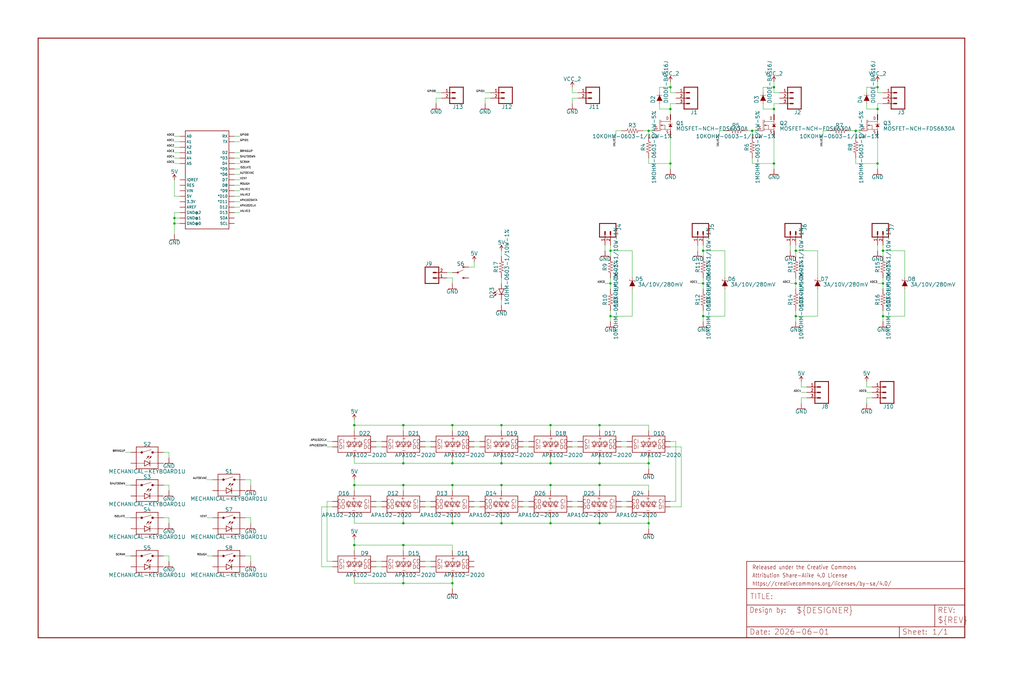
<source format=kicad_sch>
(kicad_sch (version 20230121) (generator eeschema)
  (paper "User" 477.19 317.906)
  (junction (at 187.96 243.84))
  (junction (at 210.82 198.12))
  (junction (at 279.4 215.9))
  (junction (at 279.4 226.06))
  (junction (at 411.48 132.08))
  (junction (at 233.68 198.12))
  (junction (at 302.26 215.9))
  (junction (at 256.54 243.84))
  (junction (at 327.66 147.32))
  (junction (at 408.94 40.64))
  (junction (at 312.42 50.8))
  (junction (at 165.1 254))
  (junction (at 302.26 243.84))
  (junction (at 360.68 40.64))
  (junction (at 370.84 116.84))
  (junction (at 279.4 243.84))
  (junction (at 312.42 40.64))
  (junction (at 398.78 60.96))
  (junction (at 408.94 50.8))
  (junction (at 284.48 116.84))
  (junction (at 408.94 76.2))
  (junction (at 327.66 132.08))
  (junction (at 210.82 215.9))
  (junction (at 187.96 226.06))
  (junction (at 165.1 198.12))
  (junction (at 210.82 226.06))
  (junction (at 360.68 50.8))
  (junction (at 279.4 198.12))
  (junction (at 370.84 132.08))
  (junction (at 233.68 215.9))
  (junction (at 81.28 101.6))
  (junction (at 411.48 116.84))
  (junction (at 327.66 116.84))
  (junction (at 256.54 198.12))
  (junction (at 81.28 104.14))
  (junction (at 256.54 215.9))
  (junction (at 411.48 147.32))
  (junction (at 233.68 243.84))
  (junction (at 233.68 226.06))
  (junction (at 187.96 254))
  (junction (at 284.48 147.32))
  (junction (at 187.96 198.12))
  (junction (at 302.26 60.96))
  (junction (at 350.52 60.96))
  (junction (at 360.68 76.2))
  (junction (at 165.1 226.06))
  (junction (at 187.96 271.78))
  (junction (at 312.42 76.2))
  (junction (at 210.82 271.78))
  (junction (at 370.84 147.32))
  (junction (at 187.96 215.9))
  (junction (at 284.48 132.08))
  (junction (at 210.82 243.84))
  (junction (at 256.54 226.06))
  (wire (pts (xy 360.68 43.18) (xy 360.68 40.64)) (stroke (width 0.1524)))
  (wire (pts (xy 233.68 241.3) (xy 233.68 243.84)) (stroke (width 0.1524)))
  (wire (pts (xy 302.26 63.5) (xy 302.26 60.96)) (stroke (width 0.1524)))
  (wire (pts (xy 401.32 60.96) (xy 398.78 60.96)) (stroke (width 0.1524)))
  (wire (pts (xy 355.6 50.8) (xy 360.68 50.8)) (stroke (width 0.1524)))
  (wire (pts (xy 154.94 205.74) (xy 152.4 205.74)) (stroke (width 0.1524)))
  (wire (pts (xy 116.84 259.08) (xy 116.84 261.62)) (stroke (width 0.1524)))
  (wire (pts (xy 312.42 76.2) (xy 312.42 63.5)) (stroke (width 0.1524)))
  (wire (pts (xy 284.48 144.78) (xy 284.48 147.32)) (stroke (width 0.1524)))
  (wire (pts (xy 256.54 241.3) (xy 256.54 243.84)) (stroke (width 0.1524)))
  (wire (pts (xy 165.1 213.36) (xy 165.1 215.9)) (stroke (width 0.1524)))
  (wire (pts (xy 109.22 99.06) (xy 111.76 99.06)) (stroke (width 0.1524)))
  (wire (pts (xy 411.48 119.38) (xy 411.48 116.84)) (stroke (width 0.1524)))
  (wire (pts (xy 78.74 241.3) (xy 78.74 243.84)) (stroke (width 0.1524)))
  (wire (pts (xy 304.8 60.96) (xy 302.26 60.96)) (stroke (width 0.1524)))
  (wire (pts (xy 83.82 99.06) (xy 81.28 99.06)) (stroke (width 0.1524)))
  (wire (pts (xy 233.68 198.12) (xy 256.54 198.12)) (stroke (width 0.1524)))
  (wire (pts (xy 398.78 60.96) (xy 396.24 60.96)) (stroke (width 0.1524)))
  (wire (pts (xy 360.68 48.26) (xy 363.22 48.26)) (stroke (width 0.1524)))
  (wire (pts (xy 370.84 147.32) (xy 381 147.32)) (stroke (width 0.1524)))
  (wire (pts (xy 335.28 60.96) (xy 335.28 63.5)) (stroke (width 0.1524)))
  (wire (pts (xy 337.82 60.96) (xy 335.28 60.96)) (stroke (width 0.1524)))
  (wire (pts (xy 210.82 198.12) (xy 233.68 198.12)) (stroke (width 0.1524)))
  (wire (pts (xy 175.26 208.28) (xy 177.8 208.28)) (stroke (width 0.1524)))
  (wire (pts (xy 152.4 233.68) (xy 152.4 261.62)) (stroke (width 0.1524)))
  (wire (pts (xy 198.12 264.16) (xy 200.66 264.16)) (stroke (width 0.1524)))
  (wire (pts (xy 411.48 132.08) (xy 408.94 132.08)) (stroke (width 0.1524)))
  (wire (pts (xy 302.26 226.06) (xy 279.4 226.06)) (stroke (width 0.1524)))
  (wire (pts (xy 411.48 43.18) (xy 408.94 43.18)) (stroke (width 0.1524)))
  (wire (pts (xy 81.28 99.06) (xy 81.28 101.6)) (stroke (width 0.1524)))
  (wire (pts (xy 368.3 114.3) (xy 368.3 116.84)) (stroke (width 0.1524)))
  (wire (pts (xy 76.2 241.3) (xy 78.74 241.3)) (stroke (width 0.1524)))
  (wire (pts (xy 353.06 60.96) (xy 350.52 60.96)) (stroke (width 0.1524)))
  (wire (pts (xy 60.96 226.06) (xy 58.42 226.06)) (stroke (width 0.1524)))
  (wire (pts (xy 411.48 147.32) (xy 421.64 147.32)) (stroke (width 0.1524)))
  (wire (pts (xy 408.94 50.8) (xy 408.94 48.26)) (stroke (width 0.1524)))
  (wire (pts (xy 109.22 86.36) (xy 111.76 86.36)) (stroke (width 0.1524)))
  (wire (pts (xy 60.96 259.08) (xy 58.42 259.08)) (stroke (width 0.1524)))
  (wire (pts (xy 312.42 40.64) (xy 312.42 38.1)) (stroke (width 0.1524)))
  (wire (pts (xy 284.48 132.08) (xy 284.48 134.62)) (stroke (width 0.1524)))
  (wire (pts (xy 205.74 43.18) (xy 203.2 43.18)) (stroke (width 0.1524)))
  (wire (pts (xy 411.48 144.78) (xy 411.48 147.32)) (stroke (width 0.1524)))
  (wire (pts (xy 220.98 208.28) (xy 223.52 208.28)) (stroke (width 0.1524)))
  (wire (pts (xy 210.82 269.24) (xy 210.82 271.78)) (stroke (width 0.1524)))
  (wire (pts (xy 81.28 104.14) (xy 81.28 109.22)) (stroke (width 0.1524)))
  (wire (pts (xy 355.6 43.18) (xy 355.6 40.64)) (stroke (width 0.1524)))
  (wire (pts (xy 307.34 43.18) (xy 307.34 40.64)) (stroke (width 0.1524)))
  (wire (pts (xy 109.22 96.52) (xy 111.76 96.52)) (stroke (width 0.1524)))
  (wire (pts (xy 210.82 241.3) (xy 210.82 243.84)) (stroke (width 0.1524)))
  (wire (pts (xy 337.82 116.84) (xy 337.82 129.54)) (stroke (width 0.1524)))
  (wire (pts (xy 99.06 241.3) (xy 96.52 241.3)) (stroke (width 0.1524)))
  (wire (pts (xy 83.82 76.2) (xy 81.28 76.2)) (stroke (width 0.1524)))
  (wire (pts (xy 381 147.32) (xy 381 134.62)) (stroke (width 0.1524)))
  (wire (pts (xy 243.84 236.22) (xy 246.38 236.22)) (stroke (width 0.1524)))
  (wire (pts (xy 165.1 198.12) (xy 165.1 195.58)) (stroke (width 0.1524)))
  (wire (pts (xy 279.4 243.84) (xy 256.54 243.84)) (stroke (width 0.1524)))
  (wire (pts (xy 408.94 114.3) (xy 408.94 116.84)) (stroke (width 0.1524)))
  (wire (pts (xy 312.42 48.26) (xy 314.96 48.26)) (stroke (width 0.1524)))
  (wire (pts (xy 165.1 215.9) (xy 187.96 215.9)) (stroke (width 0.1524)))
  (wire (pts (xy 266.7 43.18) (xy 266.7 40.64)) (stroke (width 0.1524)))
  (wire (pts (xy 406.4 180.34) (xy 403.86 180.34)) (stroke (width 0.1524)))
  (wire (pts (xy 312.42 208.28) (xy 317.5 208.28)) (stroke (width 0.1524)))
  (wire (pts (xy 109.22 88.9) (xy 111.76 88.9)) (stroke (width 0.1524)))
  (wire (pts (xy 220.98 205.74) (xy 223.52 205.74)) (stroke (width 0.1524)))
  (wire (pts (xy 208.28 127) (xy 210.82 127)) (stroke (width 0.1524)))
  (wire (pts (xy 233.68 213.36) (xy 233.68 215.9)) (stroke (width 0.1524)))
  (wire (pts (xy 327.66 119.38) (xy 327.66 116.84)) (stroke (width 0.1524)))
  (wire (pts (xy 312.42 205.74) (xy 314.96 205.74)) (stroke (width 0.1524)))
  (wire (pts (xy 187.96 243.84) (xy 165.1 243.84)) (stroke (width 0.1524)))
  (wire (pts (xy 370.84 129.54) (xy 370.84 132.08)) (stroke (width 0.1524)))
  (wire (pts (xy 314.96 43.18) (xy 312.42 43.18)) (stroke (width 0.1524)))
  (wire (pts (xy 289.56 205.74) (xy 292.1 205.74)) (stroke (width 0.1524)))
  (wire (pts (xy 165.1 226.06) (xy 165.1 223.52)) (stroke (width 0.1524)))
  (wire (pts (xy 83.82 101.6) (xy 81.28 101.6)) (stroke (width 0.1524)))
  (wire (pts (xy 284.48 116.84) (xy 284.48 114.3)) (stroke (width 0.1524)))
  (wire (pts (xy 109.22 83.82) (xy 111.76 83.82)) (stroke (width 0.1524)))
  (wire (pts (xy 187.96 198.12) (xy 210.82 198.12)) (stroke (width 0.1524)))
  (wire (pts (xy 327.66 116.84) (xy 327.66 114.3)) (stroke (width 0.1524)))
  (wire (pts (xy 279.4 213.36) (xy 279.4 215.9)) (stroke (width 0.1524)))
  (wire (pts (xy 408.94 40.64) (xy 408.94 38.1)) (stroke (width 0.1524)))
  (wire (pts (xy 287.02 60.96) (xy 287.02 63.5)) (stroke (width 0.1524)))
  (wire (pts (xy 302.26 76.2) (xy 312.42 76.2)) (stroke (width 0.1524)))
  (wire (pts (xy 187.96 241.3) (xy 187.96 243.84)) (stroke (width 0.1524)))
  (wire (pts (xy 302.26 215.9) (xy 302.26 218.44)) (stroke (width 0.1524)))
  (wire (pts (xy 203.2 45.72) (xy 203.2 48.26)) (stroke (width 0.1524)))
  (wire (pts (xy 220.98 124.46) (xy 220.98 121.92)) (stroke (width 0.1524)))
  (wire (pts (xy 83.82 104.14) (xy 81.28 104.14)) (stroke (width 0.1524)))
  (wire (pts (xy 83.82 68.58) (xy 81.28 68.58)) (stroke (width 0.1524)))
  (wire (pts (xy 175.26 205.74) (xy 177.8 205.74)) (stroke (width 0.1524)))
  (wire (pts (xy 302.26 73.66) (xy 302.26 76.2)) (stroke (width 0.1524)))
  (wire (pts (xy 279.4 215.9) (xy 302.26 215.9)) (stroke (width 0.1524)))
  (wire (pts (xy 116.84 241.3) (xy 116.84 243.84)) (stroke (width 0.1524)))
  (wire (pts (xy 165.1 269.24) (xy 165.1 271.78)) (stroke (width 0.1524)))
  (wire (pts (xy 198.12 233.68) (xy 200.66 233.68)) (stroke (width 0.1524)))
  (wire (pts (xy 406.4 185.42) (xy 403.86 185.42)) (stroke (width 0.1524)))
  (wire (pts (xy 403.86 180.34) (xy 403.86 177.8)) (stroke (width 0.1524)))
  (wire (pts (xy 187.96 256.54) (xy 187.96 254)) (stroke (width 0.1524)))
  (wire (pts (xy 114.3 223.52) (xy 116.84 223.52)) (stroke (width 0.1524)))
  (wire (pts (xy 233.68 139.7) (xy 233.68 142.24)) (stroke (width 0.1524)))
  (wire (pts (xy 408.94 76.2) (xy 408.94 63.5)) (stroke (width 0.1524)))
  (wire (pts (xy 60.96 241.3) (xy 58.42 241.3)) (stroke (width 0.1524)))
  (wire (pts (xy 256.54 215.9) (xy 279.4 215.9)) (stroke (width 0.1524)))
  (wire (pts (xy 76.2 210.82) (xy 78.74 210.82)) (stroke (width 0.1524)))
  (wire (pts (xy 175.26 236.22) (xy 177.8 236.22)) (stroke (width 0.1524)))
  (wire (pts (xy 99.06 223.52) (xy 96.52 223.52)) (stroke (width 0.1524)))
  (wire (pts (xy 243.84 233.68) (xy 246.38 233.68)) (stroke (width 0.1524)))
  (wire (pts (xy 302.26 243.84) (xy 279.4 243.84)) (stroke (width 0.1524)))
  (wire (pts (xy 302.26 228.6) (xy 302.26 226.06)) (stroke (width 0.1524)))
  (wire (pts (xy 360.68 40.64) (xy 360.68 38.1)) (stroke (width 0.1524)))
  (wire (pts (xy 187.96 254) (xy 210.82 254)) (stroke (width 0.1524)))
  (wire (pts (xy 373.38 180.34) (xy 373.38 177.8)) (stroke (width 0.1524)))
  (wire (pts (xy 109.22 71.12) (xy 111.76 71.12)) (stroke (width 0.1524)))
  (wire (pts (xy 175.26 264.16) (xy 177.8 264.16)) (stroke (width 0.1524)))
  (wire (pts (xy 149.86 264.16) (xy 154.94 264.16)) (stroke (width 0.1524)))
  (wire (pts (xy 327.66 147.32) (xy 337.82 147.32)) (stroke (width 0.1524)))
  (wire (pts (xy 187.96 226.06) (xy 165.1 226.06)) (stroke (width 0.1524)))
  (wire (pts (xy 83.82 66.04) (xy 81.28 66.04)) (stroke (width 0.1524)))
  (wire (pts (xy 350.52 63.5) (xy 350.52 60.96)) (stroke (width 0.1524)))
  (wire (pts (xy 165.1 200.66) (xy 165.1 198.12)) (stroke (width 0.1524)))
  (wire (pts (xy 375.92 180.34) (xy 373.38 180.34)) (stroke (width 0.1524)))
  (wire (pts (xy 256.54 213.36) (xy 256.54 215.9)) (stroke (width 0.1524)))
  (wire (pts (xy 408.94 43.18) (xy 408.94 40.64)) (stroke (width 0.1524)))
  (wire (pts (xy 256.54 198.12) (xy 279.4 198.12)) (stroke (width 0.1524)))
  (wire (pts (xy 187.96 228.6) (xy 187.96 226.06)) (stroke (width 0.1524)))
  (wire (pts (xy 116.84 223.52) (xy 116.84 226.06)) (stroke (width 0.1524)))
  (wire (pts (xy 220.98 236.22) (xy 223.52 236.22)) (stroke (width 0.1524)))
  (wire (pts (xy 408.94 48.26) (xy 411.48 48.26)) (stroke (width 0.1524)))
  (wire (pts (xy 403.86 43.18) (xy 403.86 40.64)) (stroke (width 0.1524)))
  (wire (pts (xy 228.6 45.72) (xy 226.06 45.72)) (stroke (width 0.1524)))
  (wire (pts (xy 355.6 48.26) (xy 355.6 50.8)) (stroke (width 0.1524)))
  (wire (pts (xy 266.7 233.68) (xy 269.24 233.68)) (stroke (width 0.1524)))
  (wire (pts (xy 411.48 132.08) (xy 411.48 134.62)) (stroke (width 0.1524)))
  (wire (pts (xy 210.82 228.6) (xy 210.82 226.06)) (stroke (width 0.1524)))
  (wire (pts (xy 233.68 215.9) (xy 256.54 215.9)) (stroke (width 0.1524)))
  (wire (pts (xy 233.68 226.06) (xy 210.82 226.06)) (stroke (width 0.1524)))
  (wire (pts (xy 307.34 50.8) (xy 312.42 50.8)) (stroke (width 0.1524)))
  (wire (pts (xy 375.92 182.88) (xy 373.38 182.88)) (stroke (width 0.1524)))
  (wire (pts (xy 408.94 53.34) (xy 408.94 50.8)) (stroke (width 0.1524)))
  (wire (pts (xy 210.82 243.84) (xy 187.96 243.84)) (stroke (width 0.1524)))
  (wire (pts (xy 198.12 205.74) (xy 200.66 205.74)) (stroke (width 0.1524)))
  (wire (pts (xy 256.54 243.84) (xy 233.68 243.84)) (stroke (width 0.1524)))
  (wire (pts (xy 78.74 226.06) (xy 78.74 228.6)) (stroke (width 0.1524)))
  (wire (pts (xy 360.68 76.2) (xy 360.68 63.5)) (stroke (width 0.1524)))
  (wire (pts (xy 76.2 259.08) (xy 78.74 259.08)) (stroke (width 0.1524)))
  (wire (pts (xy 175.26 233.68) (xy 177.8 233.68)) (stroke (width 0.1524)))
  (wire (pts (xy 210.82 226.06) (xy 187.96 226.06)) (stroke (width 0.1524)))
  (wire (pts (xy 175.26 261.62) (xy 177.8 261.62)) (stroke (width 0.1524)))
  (wire (pts (xy 307.34 40.64) (xy 312.42 40.64)) (stroke (width 0.1524)))
  (wire (pts (xy 398.78 63.5) (xy 398.78 60.96)) (stroke (width 0.1524)))
  (wire (pts (xy 233.68 119.38) (xy 233.68 116.84)) (stroke (width 0.1524)))
  (wire (pts (xy 312.42 53.34) (xy 312.42 50.8)) (stroke (width 0.1524)))
  (wire (pts (xy 165.1 198.12) (xy 187.96 198.12)) (stroke (width 0.1524)))
  (wire (pts (xy 284.48 147.32) (xy 294.64 147.32)) (stroke (width 0.1524)))
  (wire (pts (xy 78.74 259.08) (xy 78.74 261.62)) (stroke (width 0.1524)))
  (wire (pts (xy 421.64 116.84) (xy 421.64 129.54)) (stroke (width 0.1524)))
  (wire (pts (xy 325.12 114.3) (xy 325.12 116.84)) (stroke (width 0.1524)))
  (wire (pts (xy 198.12 261.62) (xy 200.66 261.62)) (stroke (width 0.1524)))
  (wire (pts (xy 228.6 43.18) (xy 226.06 43.18)) (stroke (width 0.1524)))
  (wire (pts (xy 208.28 129.54) (xy 210.82 129.54)) (stroke (width 0.1524)))
  (wire (pts (xy 370.84 144.78) (xy 370.84 147.32)) (stroke (width 0.1524)))
  (wire (pts (xy 284.48 132.08) (xy 281.94 132.08)) (stroke (width 0.1524)))
  (wire (pts (xy 243.84 208.28) (xy 246.38 208.28)) (stroke (width 0.1524)))
  (wire (pts (xy 165.1 256.54) (xy 165.1 254)) (stroke (width 0.1524)))
  (wire (pts (xy 294.64 147.32) (xy 294.64 134.62)) (stroke (width 0.1524)))
  (wire (pts (xy 307.34 48.26) (xy 307.34 50.8)) (stroke (width 0.1524)))
  (wire (pts (xy 284.48 116.84) (xy 294.64 116.84)) (stroke (width 0.1524)))
  (wire (pts (xy 292.1 233.68) (xy 289.56 233.68)) (stroke (width 0.1524)))
  (wire (pts (xy 421.64 147.32) (xy 421.64 134.62)) (stroke (width 0.1524)))
  (wire (pts (xy 350.52 60.96) (xy 347.98 60.96)) (stroke (width 0.1524)))
  (wire (pts (xy 312.42 43.18) (xy 312.42 40.64)) (stroke (width 0.1524)))
  (wire (pts (xy 266.7 205.74) (xy 269.24 205.74)) (stroke (width 0.1524)))
  (wire (pts (xy 327.66 144.78) (xy 327.66 147.32)) (stroke (width 0.1524)))
  (wire (pts (xy 370.84 132.08) (xy 368.3 132.08)) (stroke (width 0.1524)))
  (wire (pts (xy 302.26 241.3) (xy 302.26 243.84)) (stroke (width 0.1524)))
  (wire (pts (xy 83.82 63.5) (xy 81.28 63.5)) (stroke (width 0.1524)))
  (wire (pts (xy 78.74 210.82) (xy 78.74 213.36)) (stroke (width 0.1524)))
  (wire (pts (xy 411.48 116.84) (xy 411.48 114.3)) (stroke (width 0.1524)))
  (wire (pts (xy 220.98 233.68) (xy 223.52 233.68)) (stroke (width 0.1524)))
  (wire (pts (xy 350.52 73.66) (xy 350.52 76.2)) (stroke (width 0.1524)))
  (wire (pts (xy 363.22 43.18) (xy 360.68 43.18)) (stroke (width 0.1524)))
  (wire (pts (xy 243.84 205.74) (xy 246.38 205.74)) (stroke (width 0.1524)))
  (wire (pts (xy 302.26 198.12) (xy 302.26 200.66)) (stroke (width 0.1524)))
  (wire (pts (xy 403.86 50.8) (xy 408.94 50.8)) (stroke (width 0.1524)))
  (wire (pts (xy 370.84 147.32) (xy 370.84 149.86)) (stroke (width 0.1524)))
  (wire (pts (xy 337.82 147.32) (xy 337.82 134.62)) (stroke (width 0.1524)))
  (wire (pts (xy 210.82 215.9) (xy 233.68 215.9)) (stroke (width 0.1524)))
  (wire (pts (xy 370.84 132.08) (xy 370.84 134.62)) (stroke (width 0.1524)))
  (wire (pts (xy 109.22 78.74) (xy 111.76 78.74)) (stroke (width 0.1524)))
  (wire (pts (xy 403.86 40.64) (xy 408.94 40.64)) (stroke (width 0.1524)))
  (wire (pts (xy 60.96 210.82) (xy 58.42 210.82)) (stroke (width 0.1524)))
  (wire (pts (xy 266.7 236.22) (xy 269.24 236.22)) (stroke (width 0.1524)))
  (wire (pts (xy 99.06 259.08) (xy 96.52 259.08)) (stroke (width 0.1524)))
  (wire (pts (xy 83.82 71.12) (xy 81.28 71.12)) (stroke (width 0.1524)))
  (wire (pts (xy 284.48 119.38) (xy 284.48 116.84)) (stroke (width 0.1524)))
  (wire (pts (xy 218.44 124.46) (xy 220.98 124.46)) (stroke (width 0.1524)))
  (wire (pts (xy 284.48 147.32) (xy 284.48 149.86)) (stroke (width 0.1524)))
  (wire (pts (xy 165.1 243.84) (xy 165.1 241.3)) (stroke (width 0.1524)))
  (wire (pts (xy 408.94 76.2) (xy 408.94 78.74)) (stroke (width 0.1524)))
  (wire (pts (xy 165.1 254) (xy 187.96 254)) (stroke (width 0.1524)))
  (wire (pts (xy 386.08 60.96) (xy 383.54 60.96)) (stroke (width 0.1524)))
  (wire (pts (xy 109.22 81.28) (xy 111.76 81.28)) (stroke (width 0.1524)))
  (wire (pts (xy 289.56 208.28) (xy 292.1 208.28)) (stroke (width 0.1524)))
  (wire (pts (xy 279.4 228.6) (xy 279.4 226.06)) (stroke (width 0.1524)))
  (wire (pts (xy 327.66 132.08) (xy 327.66 134.62)) (stroke (width 0.1524)))
  (wire (pts (xy 266.7 208.28) (xy 269.24 208.28)) (stroke (width 0.1524)))
  (wire (pts (xy 154.94 208.28) (xy 152.4 208.28)) (stroke (width 0.1524)))
  (wire (pts (xy 233.68 129.54) (xy 233.68 132.08)) (stroke (width 0.1524)))
  (wire (pts (xy 411.48 129.54) (xy 411.48 132.08)) (stroke (width 0.1524)))
  (wire (pts (xy 302.26 243.84) (xy 302.26 246.38)) (stroke (width 0.1524)))
  (wire (pts (xy 114.3 241.3) (xy 116.84 241.3)) (stroke (width 0.1524)))
  (wire (pts (xy 233.68 228.6) (xy 233.68 226.06)) (stroke (width 0.1524)))
  (wire (pts (xy 109.22 73.66) (xy 111.76 73.66)) (stroke (width 0.1524)))
  (wire (pts (xy 312.42 76.2) (xy 312.42 78.74)) (stroke (width 0.1524)))
  (wire (pts (xy 165.1 254) (xy 165.1 251.46)) (stroke (width 0.1524)))
  (wire (pts (xy 398.78 73.66) (xy 398.78 76.2)) (stroke (width 0.1524)))
  (wire (pts (xy 370.84 116.84) (xy 381 116.84)) (stroke (width 0.1524)))
  (wire (pts (xy 360.68 53.34) (xy 360.68 50.8)) (stroke (width 0.1524)))
  (wire (pts (xy 187.96 213.36) (xy 187.96 215.9)) (stroke (width 0.1524)))
  (wire (pts (xy 187.96 200.66) (xy 187.96 198.12)) (stroke (width 0.1524)))
  (wire (pts (xy 109.22 63.5) (xy 111.76 63.5)) (stroke (width 0.1524)))
  (wire (pts (xy 289.56 60.96) (xy 287.02 60.96)) (stroke (width 0.1524)))
  (wire (pts (xy 154.94 236.22) (xy 149.86 236.22)) (stroke (width 0.1524)))
  (wire (pts (xy 165.1 271.78) (xy 187.96 271.78)) (stroke (width 0.1524)))
  (wire (pts (xy 284.48 129.54) (xy 284.48 132.08)) (stroke (width 0.1524)))
  (wire (pts (xy 411.48 116.84) (xy 421.64 116.84)) (stroke (width 0.1524)))
  (wire (pts (xy 109.22 76.2) (xy 111.76 76.2)) (stroke (width 0.1524)))
  (wire (pts (xy 165.1 226.06) (xy 165.1 228.6)) (stroke (width 0.1524)))
  (wire (pts (xy 187.96 215.9) (xy 210.82 215.9)) (stroke (width 0.1524)))
  (wire (pts (xy 373.38 185.42) (xy 373.38 187.96)) (stroke (width 0.1524)))
  (wire (pts (xy 81.28 83.82) (xy 81.28 91.44)) (stroke (width 0.1524)))
  (wire (pts (xy 383.54 60.96) (xy 383.54 63.5)) (stroke (width 0.1524)))
  (wire (pts (xy 233.68 200.66) (xy 233.68 198.12)) (stroke (width 0.1524)))
  (wire (pts (xy 152.4 261.62) (xy 154.94 261.62)) (stroke (width 0.1524)))
  (wire (pts (xy 312.42 50.8) (xy 312.42 48.26)) (stroke (width 0.1524)))
  (wire (pts (xy 109.22 93.98) (xy 111.76 93.98)) (stroke (width 0.1524)))
  (wire (pts (xy 226.06 45.72) (xy 226.06 48.26)) (stroke (width 0.1524)))
  (wire (pts (xy 210.82 213.36) (xy 210.82 215.9)) (stroke (width 0.1524)))
  (wire (pts (xy 279.4 200.66) (xy 279.4 198.12)) (stroke (width 0.1524)))
  (wire (pts (xy 210.82 129.54) (xy 210.82 132.08)) (stroke (width 0.1524)))
  (wire (pts (xy 256.54 200.66) (xy 256.54 198.12)) (stroke (width 0.1524)))
  (wire (pts (xy 114.3 259.08) (xy 116.84 259.08)) (stroke (width 0.1524)))
  (wire (pts (xy 269.24 43.18) (xy 266.7 43.18)) (stroke (width 0.1524)))
  (wire (pts (xy 205.74 45.72) (xy 203.2 45.72)) (stroke (width 0.1524)))
  (wire (pts (xy 256.54 228.6) (xy 256.54 226.06)) (stroke (width 0.1524)))
  (wire (pts (xy 302.26 215.9) (xy 302.26 213.36)) (stroke (width 0.1524)))
  (wire (pts (xy 327.66 129.54) (xy 327.66 132.08)) (stroke (width 0.1524)))
  (wire (pts (xy 81.28 101.6) (xy 81.28 104.14)) (stroke (width 0.1524)))
  (wire (pts (xy 327.66 147.32) (xy 327.66 149.86)) (stroke (width 0.1524)))
  (wire (pts (xy 406.4 182.88) (xy 403.86 182.88)) (stroke (width 0.1524)))
  (wire (pts (xy 350.52 76.2) (xy 360.68 76.2)) (stroke (width 0.1524)))
  (wire (pts (xy 81.28 91.44) (xy 83.82 91.44)) (stroke (width 0.1524)))
  (wire (pts (xy 210.82 200.66) (xy 210.82 198.12)) (stroke (width 0.1524)))
  (wire (pts (xy 83.82 73.66) (xy 81.28 73.66)) (stroke (width 0.1524)))
  (wire (pts (xy 109.22 91.44) (xy 111.76 91.44)) (stroke (width 0.1524)))
  (wire (pts (xy 411.48 147.32) (xy 411.48 149.86)) (stroke (width 0.1524)))
  (wire (pts (xy 279.4 241.3) (xy 279.4 243.84)) (stroke (width 0.1524)))
  (wire (pts (xy 233.68 243.84) (xy 210.82 243.84)) (stroke (width 0.1524)))
  (wire (pts (xy 403.86 48.26) (xy 403.86 50.8)) (stroke (width 0.1524)))
  (wire (pts (xy 187.96 271.78) (xy 210.82 271.78)) (stroke (width 0.1524)))
  (wire (pts (xy 154.94 233.68) (xy 152.4 233.68)) (stroke (width 0.1524)))
  (wire (pts (xy 360.68 76.2) (xy 360.68 78.74)) (stroke (width 0.1524)))
  (wire (pts (xy 281.94 114.3) (xy 281.94 116.84)) (stroke (width 0.1524)))
  (wire (pts (xy 289.56 236.22) (xy 292.1 236.22)) (stroke (width 0.1524)))
  (wire (pts (xy 109.22 66.04) (xy 111.76 66.04)) (stroke (width 0.1524)))
  (wire (pts (xy 327.66 132.08) (xy 325.12 132.08)) (stroke (width 0.1524)))
  (wire (pts (xy 76.2 226.06) (xy 78.74 226.06)) (stroke (width 0.1524)))
  (wire (pts (xy 314.96 233.68) (xy 312.42 233.68)) (stroke (width 0.1524)))
  (wire (pts (xy 370.84 119.38) (xy 370.84 116.84)) (stroke (width 0.1524)))
  (wire (pts (xy 266.7 45.72) (xy 269.24 45.72)) (stroke (width 0.1524)))
  (wire (pts (xy 375.92 185.42) (xy 373.38 185.42)) (stroke (width 0.1524)))
  (wire (pts (xy 370.84 116.84) (xy 370.84 114.3)) (stroke (width 0.1524)))
  (wire (pts (xy 360.68 50.8) (xy 360.68 48.26)) (stroke (width 0.1524)))
  (wire (pts (xy 355.6 40.64) (xy 360.68 40.64)) (stroke (width 0.1524)))
  (wire (pts (xy 403.86 185.42) (xy 403.86 187.96)) (stroke (width 0.1524)))
  (wire (pts (xy 210.82 271.78) (xy 210.82 274.32)) (stroke (width 0.1524)))
  (wire (pts (xy 317.5 208.28) (xy 317.5 236.22)) (stroke (width 0.1524)))
  (wire (pts (xy 279.4 226.06) (xy 256.54 226.06)) (stroke (width 0.1524)))
  (wire (pts (xy 210.82 254) (xy 210.82 256.54)) (stroke (width 0.1524)))
  (wire (pts (xy 198.12 236.22) (xy 200.66 236.22)) (stroke (width 0.1524)))
  (wire (pts (xy 302.26 60.96) (xy 299.72 60.96)) (stroke (width 0.1524)))
  (wire (pts (xy 198.12 208.28) (xy 200.66 208.28)) (stroke (width 0.1524)))
  (wire (pts (xy 256.54 226.06) (xy 233.68 226.06)) (stroke (width 0.1524)))
  (wire (pts (xy 381 116.84) (xy 381 129.54)) (stroke (width 0.1524)))
  (wire (pts (xy 317.5 236.22) (xy 312.42 236.22)) (stroke (width 0.1524)))
  (wire (pts (xy 294.64 116.84) (xy 294.64 129.54)) (stroke (width 0.1524)))
  (wire (pts (xy 398.78 76.2) (xy 408.94 76.2)) (stroke (width 0.1524)))
  (wire (pts (xy 266.7 48.26) (xy 266.7 45.72)) (stroke (width 0.1524)))
  (wire (pts (xy 327.66 116.84) (xy 337.82 116.84)) (stroke (width 0.1524)))
  (wire (pts (xy 187.96 269.24) (xy 187.96 271.78)) (stroke (width 0.1524)))
  (wire (pts (xy 279.4 198.12) (xy 302.26 198.12)) (stroke (width 0.1524)))
  (wire (pts (xy 149.86 236.22) (xy 149.86 264.16)) (stroke (width 0.1524)))
  (wire (pts (xy 314.96 205.74) (xy 314.96 233.68)) (stroke (width 0.1524)))
  (label "ISOLATE" (at 111.76 78.74 0) (effects (font (size 0.889 0.889))))
  (label "APA102DATA" (at 111.76 93.98 0) (effects (font (size 0.889 0.889))))
  (label "ISOLATE" (at 58.42 241.3 180) (effects (font (size 0.889 0.889))))
  (label "SCRAM" (at 111.76 76.2 0) (effects (font (size 0.889 0.889))))
  (label "ADC2" (at 368.3 132.08 180) (effects (font (size 0.889 0.889))))
  (label "VALVE2" (at 335.28 63.5 270) (effects (font (size 0.889 0.889))))
  (label "APA102DATA" (at 152.4 208.28 180) (effects (font (size 0.889 0.889))))
  (label "ADC5" (at 403.86 182.88 180) (effects (font (size 0.889 0.889))))
  (label "ADC0" (at 81.28 63.5 180) (effects (font (size 0.889 0.889))))
  (label "AUTOEVAC" (at 96.52 223.52 180) (effects (font (size 0.889 0.889))))
  (label "VALVE1" (at 111.76 88.9 0) (effects (font (size 0.889 0.889))))
  (label "VALVE1" (at 287.02 63.5 270) (effects (font (size 0.889 0.889))))
  (label "ADC4" (at 373.38 182.88 180) (effects (font (size 0.889 0.889))))
  (label "ADC2" (at 81.28 68.58 180) (effects (font (size 0.889 0.889))))
  (label "GPIO1" (at 226.06 43.18 180) (effects (font (size 0.889 0.889))))
  (label "ADC1" (at 325.12 132.08 180) (effects (font (size 0.889 0.889))))
  (label "ROUGH" (at 111.76 86.36 0) (effects (font (size 0.889 0.889))))
  (label "SHUTDOWN" (at 111.76 73.66 0) (effects (font (size 0.889 0.889))))
  (label "GPIO1" (at 111.76 66.04 0) (effects (font (size 0.889 0.889))))
  (label "ADC5" (at 81.28 76.2 180) (effects (font (size 0.889 0.889))))
  (label "ADC3" (at 81.28 71.12 180) (effects (font (size 0.889 0.889))))
  (label "VALVE3" (at 111.76 99.06 0) (effects (font (size 0.889 0.889))))
  (label "ADC3" (at 408.94 132.08 180) (effects (font (size 0.889 0.889))))
  (label "ADC4" (at 81.28 73.66 180) (effects (font (size 0.889 0.889))))
  (label "ADC1" (at 81.28 66.04 180) (effects (font (size 0.889 0.889))))
  (label "VENT" (at 96.52 241.3 180) (effects (font (size 0.889 0.889))))
  (label "VENT" (at 111.76 83.82 0) (effects (font (size 0.889 0.889))))
  (label "SHUTDOWN" (at 58.42 226.06 180) (effects (font (size 0.889 0.889))))
  (label "GPIO0" (at 111.76 63.5 0) (effects (font (size 0.889 0.889))))
  (label "SCRAM" (at 58.42 259.08 180) (effects (font (size 0.889 0.889))))
  (label "GPIO0" (at 203.2 43.18 180) (effects (font (size 0.889 0.889))))
  (label "APA102CLK" (at 152.4 205.74 180) (effects (font (size 0.889 0.889))))
  (label "AUTOEVAC" (at 111.76 81.28 0) (effects (font (size 0.889 0.889))))
  (label "ADC0" (at 281.94 132.08 180) (effects (font (size 0.889 0.889))))
  (label "VALVE2" (at 111.76 91.44 0) (effects (font (size 0.889 0.889))))
  (label "BRINGUP" (at 58.42 210.82 180) (effects (font (size 0.889 0.889))))
  (label "APA102CLK" (at 111.76 96.52 0) (effects (font (size 0.889 0.889))))
  (label "VALVE3" (at 383.54 63.5 270) (effects (font (size 0.889 0.889))))
  (label "BRINGUP" (at 111.76 71.12 0) (effects (font (size 0.889 0.889))))
  (label "ROUGH" (at 96.52 259.08 180) (effects (font (size 0.889 0.889))))
  (symbol (lib_id "working-eagle-import:1MOHM-0603-1/4W-5%") (at 302.26 68.58 90) (unit 1)
    (property "Reference" "R4" (at 300.736 68.58 0) (effects (font (size 1.778 1.778)) (justify bottom)))
    (property "Value" "1MOHM-0603-1/4W-5%" (at 303.784 68.58 0) (effects (font (size 1.778 1.778)) (justify top)))
    (property "Footprint" "working:0603" (effects hide))
  )
  (symbol (lib_id "working-eagle-import:DIODE-SCHOTTKY-BAT60A") (at 337.82 132.08 90) (unit 1)
    (property "Reference" "D6" (at 342.9 129.032 90) (effects (font (size 1.778 1.778)) (justify left bottom)))
    (property "Value" "3A/10V/280mV" (at 340.36 131.572 90) (effects (font (size 1.778 1.778)) (justify right bottom)))
    (property "Footprint" "working:SOD-323" (effects hide))
  )
  (symbol (lib_id "working-eagle-import:APA102-2020") (at 165.1 208.28 0) (unit 1)
    (property "Reference" "D22" (at 169.926 202.946 0) (effects (font (size 1.778 1.778)) (justify bottom)))
    (property "Value" "APA102-2020" (at 170.688 213.106 0) (effects (font (size 1.778 1.778)) (justify bottom)))
    (property "Footprint" "working:APA102-2020" (effects hide))
  )
  (symbol (lib_id "working-eagle-import:DIODE-SCHOTTKY-BAT60A") (at 294.64 132.08 90) (unit 1)
    (property "Reference" "D5" (at 299.72 129.032 90) (effects (font (size 1.778 1.778)) (justify left bottom)))
    (property "Value" "3A/10V/280mV" (at 297.18 131.572 90) (effects (font (size 1.778 1.778)) (justify right bottom)))
    (property "Footprint" "working:SOD-323" (effects hide))
  )
  (symbol (lib_id "working-eagle-import:5V") (at 220.98 121.92 0) (unit 1)
    (property "Reference" "#SUPPLY6" (effects hide))
    (property "Value" "5V" (at 220.98 119.126 0) (effects (font (size 1.778 1.778)) (justify bottom)))
  )
  (symbol (lib_id "working-eagle-import:5V") (at 403.86 177.8 0) (unit 1)
    (property "Reference" "#SUPPLY8" (effects hide))
    (property "Value" "5V" (at 403.86 175.006 0) (effects (font (size 1.778 1.778)) (justify bottom)))
  )
  (symbol (lib_id "working-eagle-import:APA102-2020") (at 187.96 236.22 0) (mirror y) (unit 1)
    (property "Reference" "D12" (at 183.134 230.886 0) (effects (font (size 1.778 1.778)) (justify bottom)))
    (property "Value" "APA102-2020" (at 182.372 241.046 0) (effects (font (size 1.778 1.778)) (justify bottom)))
    (property "Footprint" "working:APA102-2020" (effects hide))
  )
  (symbol (lib_id "working-eagle-import:MECHANICAL-KEYBOARD1U") (at 106.68 243.84 0) (unit 1)
    (property "Reference" "S7" (at 106.68 238.506 0) (effects (font (size 1.778 1.778)) (justify bottom)))
    (property "Value" "MECHANICAL-KEYBOARD1U" (at 106.68 249.174 0) (effects (font (size 1.778 1.778)) (justify top)))
    (property "Footprint" "working:CHERRY-MX-LED-1U" (effects hide))
  )
  (symbol (lib_id "working-eagle-import:CONN_021X02_NO_SILK") (at 281.94 106.68 270) (unit 1)
    (property "Reference" "J4" (at 287.528 104.14 0) (effects (font (size 1.778 1.778)) (justify left bottom)))
    (property "Value" "CONN_021X02_NO_SILK" (effects hide))
    (property "Footprint" "working:1X02_NO_SILK" (effects hide))
  )
  (symbol (lib_id "working-eagle-import:FRAME-LEDGER") (at 17.78 297.18 0) (unit 1)
    (property "Reference" "FRAME1" (effects hide))
    (property "Value" "FRAME-LEDGER" (effects hide))
    (property "Footprint" "working:CREATIVE_COMMONS" (effects hide))
  )
  (symbol (lib_id "working-eagle-import:APA102-2020") (at 187.96 208.28 0) (unit 1)
    (property "Reference" "D21" (at 192.786 202.946 0) (effects (font (size 1.778 1.778)) (justify bottom)))
    (property "Value" "APA102-2020" (at 193.548 213.106 0) (effects (font (size 1.778 1.778)) (justify bottom)))
    (property "Footprint" "working:APA102-2020" (effects hide))
  )
  (symbol (lib_id "working-eagle-import:10KOHM-0603-1/10W-1%") (at 411.48 139.7 90) (unit 1)
    (property "Reference" "R16" (at 409.956 139.7 0) (effects (font (size 1.778 1.778)) (justify bottom)))
    (property "Value" "10KOHM-0603-1/10W-1%" (at 413.004 139.7 0) (effects (font (size 1.778 1.778)) (justify top)))
    (property "Footprint" "working:0603" (effects hide))
  )
  (symbol (lib_id "working-eagle-import:GND") (at 284.48 152.4 0) (unit 1)
    (property "Reference" "#GND5" (effects hide))
    (property "Value" "GND" (at 284.48 152.654 0) (effects (font (size 1.778 1.778)) (justify top)))
  )
  (symbol (lib_id "working-eagle-import:APA102-2020") (at 187.96 264.16 0) (unit 1)
    (property "Reference" "D15" (at 192.786 258.826 0) (effects (font (size 1.778 1.778)) (justify bottom)))
    (property "Value" "APA102-2020" (at 193.548 268.986 0) (effects (font (size 1.778 1.778)) (justify bottom)))
    (property "Footprint" "working:APA102-2020" (effects hide))
  )
  (symbol (lib_id "working-eagle-import:10KOHM-0603-1/10W-1%") (at 411.48 124.46 90) (unit 1)
    (property "Reference" "R15" (at 409.956 124.46 0) (effects (font (size 1.778 1.778)) (justify bottom)))
    (property "Value" "10KOHM-0603-1/10W-1%" (at 413.004 124.46 0) (effects (font (size 1.778 1.778)) (justify top)))
    (property "Footprint" "working:0603" (effects hide))
  )
  (symbol (lib_id "working-eagle-import:10KOHM-0603-1/10W-1%") (at 284.48 124.46 90) (unit 1)
    (property "Reference" "R9" (at 282.956 124.46 0) (effects (font (size 1.778 1.778)) (justify bottom)))
    (property "Value" "10KOHM-0603-1/10W-1%" (at 286.004 124.46 0) (effects (font (size 1.778 1.778)) (justify top)))
    (property "Footprint" "working:0603" (effects hide))
  )
  (symbol (lib_id "working-eagle-import:CONN_031X03_NO_SILK") (at 322.58 45.72 180) (unit 1)
    (property "Reference" "J1" (at 325.12 51.308 0) (effects (font (size 1.778 1.778)) (justify left bottom)))
    (property "Value" "CONN_031X03_NO_SILK" (effects hide))
    (property "Footprint" "working:1X03_NO_SILK" (effects hide))
  )
  (symbol (lib_id "working-eagle-import:GND") (at 210.82 276.86 0) (unit 1)
    (property "Reference" "#GND18" (effects hide))
    (property "Value" "GND" (at 210.82 277.114 0) (effects (font (size 1.778 1.778)) (justify top)))
  )
  (symbol (lib_id "working-eagle-import:APA102-2020") (at 233.68 236.22 0) (mirror y) (unit 1)
    (property "Reference" "D14" (at 228.854 230.886 0) (effects (font (size 1.778 1.778)) (justify bottom)))
    (property "Value" "APA102-2020" (at 228.092 241.046 0) (effects (font (size 1.778 1.778)) (justify bottom)))
    (property "Footprint" "working:APA102-2020" (effects hide))
  )
  (symbol (lib_id "working-eagle-import:MECHANICAL-KEYBOARD1U") (at 68.58 261.62 0) (unit 1)
    (property "Reference" "S5" (at 68.58 256.286 0) (effects (font (size 1.778 1.778)) (justify bottom)))
    (property "Value" "MECHANICAL-KEYBOARD1U" (at 68.58 266.954 0) (effects (font (size 1.778 1.778)) (justify top)))
    (property "Footprint" "working:CHERRY-MX-LED-1U" (effects hide))
  )
  (symbol (lib_id "working-eagle-import:GND") (at 116.84 246.38 0) (unit 1)
    (property "Reference" "#GND26" (effects hide))
    (property "Value" "GND" (at 116.84 246.634 0) (effects (font (size 1.778 1.778)) (justify top)))
  )
  (symbol (lib_id "working-eagle-import:GND") (at 312.42 81.28 0) (unit 1)
    (property "Reference" "#GND2" (effects hide))
    (property "Value" "GND" (at 312.42 81.534 0) (effects (font (size 1.778 1.778)) (justify top)))
  )
  (symbol (lib_id "working-eagle-import:GND") (at 203.2 50.8 0) (unit 1)
    (property "Reference" "#GND28" (effects hide))
    (property "Value" "GND" (at 203.2 51.054 0) (effects (font (size 1.778 1.778)) (justify top)))
  )
  (symbol (lib_id "working-eagle-import:10KOHM-0603-1/10W-1%") (at 391.16 60.96 0) (unit 1)
    (property "Reference" "R7" (at 391.16 59.436 0) (effects (font (size 1.778 1.778)) (justify bottom)))
    (property "Value" "10KOHM-0603-1/10W-1%" (at 391.16 62.484 0) (effects (font (size 1.778 1.778)) (justify top)))
    (property "Footprint" "working:0603" (effects hide))
  )
  (symbol (lib_id "working-eagle-import:DIODE-BAS16J") (at 307.34 45.72 90) (unit 1)
    (property "Reference" "D2" (at 305.308 48.26 0) (effects (font (size 1.778 1.778)) (justify left bottom)))
    (property "Value" "DIODE-BAS16J" (at 309.372 48.26 0) (effects (font (size 1.778 1.778)) (justify left top)))
    (property "Footprint" "working:SOD-323" (effects hide))
  )
  (symbol (lib_id "working-eagle-import:LED5MM") (at 233.68 134.62 0) (unit 1)
    (property "Reference" "D23" (at 230.251 139.192 90) (effects (font (size 1.778 1.778)) (justify left bottom)))
    (property "Value" "LED5MM" (effects hide))
    (property "Footprint" "working:LED_5MM" (effects hide))
  )
  (symbol (lib_id "working-eagle-import:10KOHM-0603-1/10W-1%") (at 342.9 60.96 0) (unit 1)
    (property "Reference" "R5" (at 342.9 59.436 0) (effects (font (size 1.778 1.778)) (justify bottom)))
    (property "Value" "10KOHM-0603-1/10W-1%" (at 342.9 62.484 0) (effects (font (size 1.778 1.778)) (justify top)))
    (property "Footprint" "working:0603" (effects hide))
  )
  (symbol (lib_id "working-eagle-import:GND") (at 325.12 119.38 0) (unit 1)
    (property "Reference" "#GND12" (effects hide))
    (property "Value" "GND" (at 325.12 119.634 0) (effects (font (size 1.778 1.778)) (justify top)))
  )
  (symbol (lib_id "working-eagle-import:VCC_2") (at 360.68 38.1 0) (unit 1)
    (property "Reference" "#SUPPLY4" (effects hide))
    (property "Value" "VCC_2" (at 360.68 35.306 0) (effects (font (size 1.778 1.778)) (justify bottom)))
  )
  (symbol (lib_id "working-eagle-import:GND") (at 302.26 220.98 0) (unit 1)
    (property "Reference" "#GND20" (effects hide))
    (property "Value" "GND" (at 302.26 221.234 0) (effects (font (size 1.778 1.778)) (justify top)))
  )
  (symbol (lib_id "working-eagle-import:DIODE-SCHOTTKY-BAT60A") (at 421.64 132.08 90) (unit 1)
    (property "Reference" "D8" (at 426.72 129.032 90) (effects (font (size 1.778 1.778)) (justify left bottom)))
    (property "Value" "3A/10V/280mV" (at 424.18 131.572 90) (effects (font (size 1.778 1.778)) (justify right bottom)))
    (property "Footprint" "working:SOD-323" (effects hide))
  )
  (symbol (lib_id "working-eagle-import:MOSFET-NCH-FDS6630A") (at 358.14 58.42 0) (unit 1)
    (property "Reference" "Q2" (at 363.22 58.42 0) (effects (font (size 1.778 1.778)) (justify left bottom)))
    (property "Value" "MOSFET-NCH-FDS6630A" (at 363.22 60.96 0) (effects (font (size 1.778 1.778)) (justify left bottom)))
    (property "Footprint" "working:SO08" (effects hide))
  )
  (symbol (lib_id "working-eagle-import:MOSFET-NCH-FDS6630A") (at 406.4 58.42 0) (unit 1)
    (property "Reference" "Q3" (at 411.48 58.42 0) (effects (font (size 1.778 1.778)) (justify left bottom)))
    (property "Value" "MOSFET-NCH-FDS6630A" (at 411.48 60.96 0) (effects (font (size 1.778 1.778)) (justify left bottom)))
    (property "Footprint" "working:SO08" (effects hide))
  )
  (symbol (lib_id "working-eagle-import:5V") (at 233.68 116.84 0) (unit 1)
    (property "Reference" "#SUPPLY10" (effects hide))
    (property "Value" "5V" (at 233.68 114.046 0) (effects (font (size 1.778 1.778)) (justify bottom)))
  )
  (symbol (lib_id "working-eagle-import:GND") (at 408.94 119.38 0) (unit 1)
    (property "Reference" "#GND14" (effects hide))
    (property "Value" "GND" (at 408.94 119.634 0) (effects (font (size 1.778 1.778)) (justify top)))
  )
  (symbol (lib_id "working-eagle-import:GND") (at 360.68 81.28 0) (unit 1)
    (property "Reference" "#GND3" (effects hide))
    (property "Value" "GND" (at 360.68 81.534 0) (effects (font (size 1.778 1.778)) (justify top)))
  )
  (symbol (lib_id "working-eagle-import:1MOHM-0603-1/4W-5%") (at 350.52 68.58 90) (unit 1)
    (property "Reference" "R6" (at 348.996 68.58 0) (effects (font (size 1.778 1.778)) (justify bottom)))
    (property "Value" "1MOHM-0603-1/4W-5%" (at 352.044 68.58 0) (effects (font (size 1.778 1.778)) (justify top)))
    (property "Footprint" "working:0603" (effects hide))
  )
  (symbol (lib_id "working-eagle-import:VCC_2") (at 408.94 38.1 0) (unit 1)
    (property "Reference" "#SUPPLY5" (effects hide))
    (property "Value" "VCC_2" (at 408.94 35.306 0) (effects (font (size 1.778 1.778)) (justify bottom)))
  )
  (symbol (lib_id "working-eagle-import:CONN_021X02_NO_SILK") (at 200.66 129.54 0) (unit 1)
    (property "Reference" "J9" (at 198.12 123.952 0) (effects (font (size 1.778 1.778)) (justify left bottom)))
    (property "Value" "CONN_021X02_NO_SILK" (effects hide))
    (property "Footprint" "working:1X02_NO_SILK" (effects hide))
  )
  (symbol (lib_id "working-eagle-import:APA102-2020") (at 210.82 264.16 0) (unit 1)
    (property "Reference" "D11" (at 215.646 258.826 0) (effects (font (size 1.778 1.778)) (justify bottom)))
    (property "Value" "APA102-2020" (at 216.408 268.986 0) (effects (font (size 1.778 1.778)) (justify bottom)))
    (property "Footprint" "working:APA102-2020" (effects hide))
  )
  (symbol (lib_id "working-eagle-import:GND") (at 210.82 134.62 0) (unit 1)
    (property "Reference" "#GND10" (effects hide))
    (property "Value" "GND" (at 210.82 134.874 0) (effects (font (size 1.778 1.778)) (justify top)))
  )
  (symbol (lib_id "working-eagle-import:APA102-2020") (at 256.54 236.22 0) (mirror y) (unit 1)
    (property "Reference" "D26" (at 251.714 230.886 0) (effects (font (size 1.778 1.778)) (justify bottom)))
    (property "Value" "APA102-2020" (at 250.952 241.046 0) (effects (font (size 1.778 1.778)) (justify bottom)))
    (property "Footprint" "working:APA102-2020" (effects hide))
  )
  (symbol (lib_id "working-eagle-import:1MOHM-0603-1/4W-5%") (at 398.78 68.58 90) (unit 1)
    (property "Reference" "R8" (at 397.256 68.58 0) (effects (font (size 1.778 1.778)) (justify bottom)))
    (property "Value" "1MOHM-0603-1/4W-5%" (at 400.304 68.58 0) (effects (font (size 1.778 1.778)) (justify top)))
    (property "Footprint" "working:0603" (effects hide))
  )
  (symbol (lib_id "working-eagle-import:5V") (at 373.38 177.8 0) (unit 1)
    (property "Reference" "#SUPPLY9" (effects hide))
    (property "Value" "5V" (at 373.38 175.006 0) (effects (font (size 1.778 1.778)) (justify bottom)))
  )
  (symbol (lib_id "working-eagle-import:CONN_021X02_NO_SILK") (at 408.94 106.68 270) (unit 1)
    (property "Reference" "J7" (at 414.528 104.14 0) (effects (font (size 1.778 1.778)) (justify left bottom)))
    (property "Value" "CONN_021X02_NO_SILK" (effects hide))
    (property "Footprint" "working:1X02_NO_SILK" (effects hide))
  )
  (symbol (lib_id "working-eagle-import:GND") (at 281.94 119.38 0) (unit 1)
    (property "Reference" "#GND11" (effects hide))
    (property "Value" "GND" (at 281.94 119.634 0) (effects (font (size 1.778 1.778)) (justify top)))
  )
  (symbol (lib_id "working-eagle-import:GND") (at 370.84 152.4 0) (unit 1)
    (property "Reference" "#GND7" (effects hide))
    (property "Value" "GND" (at 370.84 152.654 0) (effects (font (size 1.778 1.778)) (justify top)))
  )
  (symbol (lib_id "working-eagle-import:GND") (at 403.86 190.5 0) (unit 1)
    (property "Reference" "#GND16" (effects hide))
    (property "Value" "GND" (at 403.86 190.754 0) (effects (font (size 1.778 1.778)) (justify top)))
  )
  (symbol (lib_id "working-eagle-import:GND") (at 78.74 231.14 0) (unit 1)
    (property "Reference" "#GND22" (effects hide))
    (property "Value" "GND" (at 78.74 231.394 0) (effects (font (size 1.778 1.778)) (justify top)))
  )
  (symbol (lib_id "working-eagle-import:SWITCH-SPDT-PTH-11.6X4.0MM") (at 213.36 127 0) (unit 1)
    (property "Reference" "S6" (at 214.63 123.952 0) (effects (font (size 1.778 1.778)) (justify bottom)))
    (property "Value" "SWITCH-SPDT-PTH-11.6X4.0MM" (effects hide))
    (property "Footprint" "working:SWITCH_SPDT_PTH_11.6X4.0MM" (effects hide))
  )
  (symbol (lib_id "working-eagle-import:GND") (at 78.74 215.9 0) (unit 1)
    (property "Reference" "#GND21" (effects hide))
    (property "Value" "GND" (at 78.74 216.154 0) (effects (font (size 1.778 1.778)) (justify top)))
  )
  (symbol (lib_id "working-eagle-import:APA102-2020") (at 165.1 236.22 0) (mirror y) (unit 1)
    (property "Reference" "D16" (at 160.274 230.886 0) (effects (font (size 1.778 1.778)) (justify bottom)))
    (property "Value" "APA102-2020" (at 159.512 241.046 0) (effects (font (size 1.778 1.778)) (justify bottom)))
    (property "Footprint" "working:APA102-2020" (effects hide))
  )
  (symbol (lib_id "working-eagle-import:DIODE-SCHOTTKY-BAT60A") (at 381 132.08 90) (unit 1)
    (property "Reference" "D7" (at 386.08 129.032 90) (effects (font (size 1.778 1.778)) (justify left bottom)))
    (property "Value" "3A/10V/280mV" (at 383.54 131.572 90) (effects (font (size 1.778 1.778)) (justify right bottom)))
    (property "Footprint" "working:SOD-323" (effects hide))
  )
  (symbol (lib_id "working-eagle-import:GND") (at 302.26 248.92 0) (unit 1)
    (property "Reference" "#GND19" (effects hide))
    (property "Value" "GND" (at 302.26 249.174 0) (effects (font (size 1.778 1.778)) (justify top)))
  )
  (symbol (lib_id "working-eagle-import:MOSFET-NCH-FDS6630A") (at 309.88 58.42 0) (unit 1)
    (property "Reference" "Q1" (at 314.96 58.42 0) (effects (font (size 1.778 1.778)) (justify left bottom)))
    (property "Value" "MOSFET-NCH-FDS6630A" (at 314.96 60.96 0) (effects (font (size 1.778 1.778)) (justify left bottom)))
    (property "Footprint" "working:SO08" (effects hide))
  )
  (symbol (lib_id "working-eagle-import:APA102-2020") (at 279.4 208.28 0) (unit 1)
    (property "Reference" "D17" (at 284.226 202.946 0) (effects (font (size 1.778 1.778)) (justify bottom)))
    (property "Value" "APA102-2020" (at 284.988 213.106 0) (effects (font (size 1.778 1.778)) (justify bottom)))
    (property "Footprint" "working:APA102-2020" (effects hide))
  )
  (symbol (lib_id "working-eagle-import:5V") (at 165.1 251.46 0) (unit 1)
    (property "Reference" "#SUPPLY12" (effects hide))
    (property "Value" "5V" (at 165.1 248.666 0) (effects (font (size 1.778 1.778)) (justify bottom)))
  )
  (symbol (lib_id "working-eagle-import:GND") (at 233.68 144.78 0) (unit 1)
    (property "Reference" "#GND17" (effects hide))
    (property "Value" "GND" (at 233.68 145.034 0) (effects (font (size 1.778 1.778)) (justify top)))
  )
  (symbol (lib_id "working-eagle-import:GND") (at 226.06 50.8 0) (unit 1)
    (property "Reference" "#GND29" (effects hide))
    (property "Value" "GND" (at 226.06 51.054 0) (effects (font (size 1.778 1.778)) (justify top)))
  )
  (symbol (lib_id "working-eagle-import:GND") (at 78.74 264.16 0) (unit 1)
    (property "Reference" "#GND24" (effects hide))
    (property "Value" "GND" (at 78.74 264.414 0) (effects (font (size 1.778 1.778)) (justify top)))
  )
  (symbol (lib_id "working-eagle-import:10KOHM-0603-1/10W-1%") (at 294.64 60.96 0) (unit 1)
    (property "Reference" "R3" (at 294.64 59.436 0) (effects (font (size 1.778 1.778)) (justify bottom)))
    (property "Value" "10KOHM-0603-1/10W-1%" (at 294.64 62.484 0) (effects (font (size 1.778 1.778)) (justify top)))
    (property "Footprint" "working:0603" (effects hide))
  )
  (symbol (lib_id "working-eagle-import:VCC_2") (at 312.42 38.1 0) (unit 1)
    (property "Reference" "#SUPPLY3" (effects hide))
    (property "Value" "VCC_2" (at 312.42 35.306 0) (effects (font (size 1.778 1.778)) (justify bottom)))
  )
  (symbol (lib_id "working-eagle-import:GND") (at 116.84 228.6 0) (unit 1)
    (property "Reference" "#GND25" (effects hide))
    (property "Value" "GND" (at 116.84 228.854 0) (effects (font (size 1.778 1.778)) (justify top)))
  )
  (symbol (lib_id "working-eagle-import:10KOHM-0603-1/10W-1%") (at 327.66 139.7 90) (unit 1)
    (property "Reference" "R12" (at 326.136 139.7 0) (effects (font (size 1.778 1.778)) (justify bottom)))
    (property "Value" "10KOHM-0603-1/10W-1%" (at 329.184 139.7 0) (effects (font (size 1.778 1.778)) (justify top)))
    (property "Footprint" "working:0603" (effects hide))
  )
  (symbol (lib_id "working-eagle-import:APA102-2020") (at 233.68 208.28 0) (unit 1)
    (property "Reference" "D19" (at 238.506 202.946 0) (effects (font (size 1.778 1.778)) (justify bottom)))
    (property "Value" "APA102-2020" (at 239.268 213.106 0) (effects (font (size 1.778 1.778)) (justify bottom)))
    (property "Footprint" "working:APA102-2020" (effects hide))
  )
  (symbol (lib_id "working-eagle-import:MECHANICAL-KEYBOARD1U") (at 68.58 243.84 0) (unit 1)
    (property "Reference" "S4" (at 68.58 238.506 0) (effects (font (size 1.778 1.778)) (justify bottom)))
    (property "Value" "MECHANICAL-KEYBOARD1U" (at 68.58 249.174 0) (effects (font (size 1.778 1.778)) (justify top)))
    (property "Footprint" "working:CHERRY-MX-LED-1U" (effects hide))
  )
  (symbol (lib_id "working-eagle-import:FRAME-LEDGER") (at 347.98 297.18 0) (unit 2)
    (property "Reference" "FRAME1" (effects hide))
    (property "Value" "FRAME-LEDGER" (effects hide))
    (property "Footprint" "working:CREATIVE_COMMONS" (effects hide))
  )
  (symbol (lib_id "working-eagle-import:10KOHM-0603-1/10W-1%") (at 370.84 139.7 90) (unit 1)
    (property "Reference" "R14" (at 369.316 139.7 0) (effects (font (size 1.778 1.778)) (justify bottom)))
    (property "Value" "10KOHM-0603-1/10W-1%" (at 372.364 139.7 0) (effects (font (size 1.778 1.778)) (justify top)))
    (property "Footprint" "working:0603" (effects hide))
  )
  (symbol (lib_id "working-eagle-import:APA102-2020") (at 256.54 208.28 0) (unit 1)
    (property "Reference" "D18" (at 261.366 202.946 0) (effects (font (size 1.778 1.778)) (justify bottom)))
    (property "Value" "APA102-2020" (at 262.128 213.106 0) (effects (font (size 1.778 1.778)) (justify bottom)))
    (property "Footprint" "working:APA102-2020" (effects hide))
  )
  (symbol (lib_id "working-eagle-import:CONN_031X03_NO_SILK") (at 414.02 182.88 180) (unit 1)
    (property "Reference" "J10" (at 416.56 188.468 0) (effects (font (size 1.778 1.778)) (justify left bottom)))
    (property "Value" "CONN_031X03_NO_SILK" (effects hide))
    (property "Footprint" "working:1X03_NO_SILK" (effects hide))
  )
  (symbol (lib_id "working-eagle-import:5V") (at 165.1 195.58 0) (unit 1)
    (property "Reference" "#SUPPLY13" (effects hide))
    (property "Value" "5V" (at 165.1 192.786 0) (effects (font (size 1.778 1.778)) (justify bottom)))
  )
  (symbol (lib_id "working-eagle-import:GND") (at 408.94 81.28 0) (unit 1)
    (property "Reference" "#GND4" (effects hide))
    (property "Value" "GND" (at 408.94 81.534 0) (effects (font (size 1.778 1.778)) (justify top)))
  )
  (symbol (lib_id "working-eagle-import:MECHANICAL-KEYBOARD1U") (at 106.68 226.06 0) (unit 1)
    (property "Reference" "S1" (at 106.68 220.726 0) (effects (font (size 1.778 1.778)) (justify bottom)))
    (property "Value" "MECHANICAL-KEYBOARD1U" (at 106.68 231.394 0) (effects (font (size 1.778 1.778)) (justify top)))
    (property "Footprint" "working:CHERRY-MX-LED-1U" (effects hide))
  )
  (symbol (lib_id "working-eagle-import:DIODE-BAS16J") (at 403.86 45.72 90) (unit 1)
    (property "Reference" "D4" (at 401.828 48.26 0) (effects (font (size 1.778 1.778)) (justify left bottom)))
    (property "Value" "DIODE-BAS16J" (at 405.892 48.26 0) (effects (font (size 1.778 1.778)) (justify left top)))
    (property "Footprint" "working:SOD-323" (effects hide))
  )
  (symbol (lib_id "working-eagle-import:CONN_021X02_NO_SILK") (at 276.86 43.18 180) (unit 1)
    (property "Reference" "J11" (at 279.4 48.768 0) (effects (font (size 1.778 1.778)) (justify left bottom)))
    (property "Value" "CONN_021X02_NO_SILK" (effects hide))
    (property "Footprint" "working:1X02_NO_SILK" (effects hide))
  )
  (symbol (lib_id "working-eagle-import:APA102-2020") (at 210.82 236.22 0) (mirror y) (unit 1)
    (property "Reference" "D13" (at 205.994 230.886 0) (effects (font (size 1.778 1.778)) (justify bottom)))
    (property "Value" "APA102-2020" (at 205.232 241.046 0) (effects (font (size 1.778 1.778)) (justify bottom)))
    (property "Footprint" "working:APA102-2020" (effects hide))
  )
  (symbol (lib_id "working-eagle-import:GND") (at 78.74 246.38 0) (unit 1)
    (property "Reference" "#GND23" (effects hide))
    (property "Value" "GND" (at 78.74 246.634 0) (effects (font (size 1.778 1.778)) (justify top)))
  )
  (symbol (lib_id "working-eagle-import:5V") (at 81.28 83.82 0) (unit 1)
    (property "Reference" "#SUPPLY7" (effects hide))
    (property "Value" "5V" (at 81.28 81.026 0) (effects (font (size 1.778 1.778)) (justify bottom)))
  )
  (symbol (lib_id "working-eagle-import:MECHANICAL-KEYBOARD1U") (at 68.58 213.36 0) (unit 1)
    (property "Reference" "S2" (at 68.58 208.026 0) (effects (font (size 1.778 1.778)) (justify bottom)))
    (property "Value" "MECHANICAL-KEYBOARD1U" (at 68.58 218.694 0) (effects (font (size 1.778 1.778)) (justify top)))
    (property "Footprint" "working:CHERRY-MX-LED-1U" (effects hide))
  )
  (symbol (lib_id "working-eagle-import:APA102-2020") (at 302.26 236.22 0) (mirror y) (unit 1)
    (property "Reference" "D24" (at 297.434 230.886 0) (effects (font (size 1.778 1.778)) (justify bottom)))
    (property "Value" "APA102-2020" (at 296.672 241.046 0) (effects (font (size 1.778 1.778)) (justify bottom)))
    (property "Footprint" "working:APA102-2020" (effects hide))
  )
  (symbol (lib_id "working-eagle-import:ARDUINO_UNO_R3_SHIELDNOLABELS") (at 96.52 81.28 0) (unit 1)
    (property "Reference" "B1" (effects hide))
    (property "Value" "ARDUINO_UNO_R3_SHIELDNOLABELS" (effects hide))
    (property "Footprint" "working:UNO_R3_SHIELD_NOLABELS" (effects hide))
  )
  (symbol (lib_id "working-eagle-import:1KOHM-0603-1/10W-1%") (at 233.68 124.46 90) (unit 1)
    (property "Reference" "R17" (at 232.156 124.46 0) (effects (font (size 1.778 1.778)) (justify bottom)))
    (property "Value" "1KOHM-0603-1/10W-1%" (at 235.204 124.46 0) (effects (font (size 1.778 1.778)) (justify top)))
    (property "Footprint" "working:0603" (effects hide))
  )
  (symbol (lib_id "working-eagle-import:VCC_2") (at 266.7 40.64 0) (unit 1)
    (property "Reference" "#SUPPLY1" (effects hide))
    (property "Value" "VCC_2" (at 266.7 37.846 0) (effects (font (size 1.778 1.778)) (justify bottom)))
  )
  (symbol (lib_id "working-eagle-import:GND") (at 368.3 119.38 0) (unit 1)
    (property "Reference" "#GND13" (effects hide))
    (property "Value" "GND" (at 368.3 119.634 0) (effects (font (size 1.778 1.778)) (justify top)))
  )
  (symbol (lib_id "working-eagle-import:MECHANICAL-KEYBOARD1U") (at 68.58 228.6 0) (unit 1)
    (property "Reference" "S3" (at 68.58 223.266 0) (effects (font (size 1.778 1.778)) (justify bottom)))
    (property "Value" "MECHANICAL-KEYBOARD1U" (at 68.58 233.934 0) (effects (font (size 1.778 1.778)) (justify top)))
    (property "Footprint" "working:CHERRY-MX-LED-1U" (effects hide))
  )
  (symbol (lib_id "working-eagle-import:GND") (at 116.84 264.16 0) (unit 1)
    (property "Reference" "#GND27" (effects hide))
    (property "Value" "GND" (at 116.84 264.414 0) (effects (font (size 1.778 1.778)) (justify top)))
  )
  (symbol (lib_id "working-eagle-import:GND") (at 266.7 50.8 0) (unit 1)
    (property "Reference" "#GND1" (effects hide))
    (property "Value" "GND" (at 266.7 51.054 0) (effects (font (size 1.778 1.778)) (justify top)))
  )
  (symbol (lib_id "working-eagle-import:CONN_031X03_NO_SILK") (at 383.54 182.88 180) (unit 1)
    (property "Reference" "J8" (at 386.08 188.468 0) (effects (font (size 1.778 1.778)) (justify left bottom)))
    (property "Value" "CONN_031X03_NO_SILK" (effects hide))
    (property "Footprint" "working:1X03_NO_SILK" (effects hide))
  )
  (symbol (lib_id "working-eagle-import:DIODE-BAS16J") (at 355.6 45.72 90) (unit 1)
    (property "Reference" "D3" (at 353.568 48.26 0) (effects (font (size 1.778 1.778)) (justify left bottom)))
    (property "Value" "DIODE-BAS16J" (at 357.632 48.26 0) (effects (font (size 1.778 1.778)) (justify left top)))
    (property "Footprint" "working:SOD-323" (effects hide))
  )
  (symbol (lib_id "working-eagle-import:GND") (at 373.38 190.5 0) (unit 1)
    (property "Reference" "#GND15" (effects hide))
    (property "Value" "GND" (at 373.38 190.754 0) (effects (font (size 1.778 1.778)) (justify top)))
  )
  (symbol (lib_id "working-eagle-import:GND") (at 327.66 152.4 0) (unit 1)
    (property "Reference" "#GND6" (effects hide))
    (property "Value" "GND" (at 327.66 152.654 0) (effects (font (size 1.778 1.778)) (justify top)))
  )
  (symbol (lib_id "working-eagle-import:10KOHM-0603-1/10W-1%") (at 327.66 124.46 90) (unit 1)
    (property "Reference" "R11" (at 326.136 124.46 0) (effects (font (size 1.778 1.778)) (justify bottom)))
    (property "Value" "10KOHM-0603-1/10W-1%" (at 329.184 124.46 0) (effects (font (size 1.778 1.778)) (justify top)))
    (property "Footprint" "working:0603" (effects hide))
  )
  (symbol (lib_id "working-eagle-import:APA102-2020") (at 165.1 264.16 0) (unit 1)
    (property "Reference" "D9" (at 169.926 258.826 0) (effects (font (size 1.778 1.778)) (justify bottom)))
    (property "Value" "APA102-2020" (at 170.688 268.986 0) (effects (font (size 1.778 1.778)) (justify bottom)))
    (property "Footprint" "working:APA102-2020" (effects hide))
  )
  (symbol (lib_id "working-eagle-import:CONN_031X03_NO_SILK") (at 370.84 45.72 180) (unit 1)
    (property "Reference" "J2" (at 373.38 51.308 0) (effects (font (size 1.778 1.778)) (justify left bottom)))
    (property "Value" "CONN_031X03_NO_SILK" (effects hide))
    (property "Footprint" "working:1X03_NO_SILK" (effects hide))
  )
  (symbol (lib_id "working-eagle-import:APA102-2020") (at 210.82 208.28 0) (unit 1)
    (property "Reference" "D20" (at 215.646 202.946 0) (effects (font (size 1.778 1.778)) (justify bottom)))
    (property "Value" "APA102-2020" (at 216.408 213.106 0) (effects (font (size 1.778 1.778)) (justify bottom)))
    (property "Footprint" "working:APA102-2020" (effects hide))
  )
  (symbol (lib_id "working-eagle-import:5V") (at 165.1 223.52 0) (unit 1)
    (property "Reference" "#SUPPLY11" (effects hide))
    (property "Value" "5V" (at 165.1 220.726 0) (effects (font (size 1.778 1.778)) (justify bottom)))
  )
  (symbol (lib_id "working-eagle-import:CONN_021X02_NO_SILK") (at 213.36 43.18 180) (unit 1)
    (property "Reference" "J13" (at 215.9 48.768 0) (effects (font (size 1.778 1.778)) (justify left bottom)))
    (property "Value" "CONN_021X02_NO_SILK" (effects hide))
    (property "Footprint" "working:1X02_NO_SILK" (effects hide))
  )
  (symbol (lib_id "working-eagle-import:10KOHM-0603-1/10W-1%") (at 370.84 124.46 90) (unit 1)
    (property "Reference" "R13" (at 369.316 124.46 0) (effects (font (size 1.778 1.778)) (justify bottom)))
    (property "Value" "10KOHM-0603-1/10W-1%" (at 372.364 124.46 0) (effects (font (size 1.778 1.778)) (justify top)))
    (property "Footprint" "working:0603" (effects hide))
  )
  (symbol (lib_id "working-eagle-import:APA102-2020") (at 302.26 208.28 0) (unit 1)
    (property "Reference" "D10" (at 307.086 202.946 0) (effects (font (size 1.778 1.778)) (justify bottom)))
    (property "Value" "APA102-2020" (at 307.848 213.106 0) (effects (font (size 1.778 1.778)) (justify bottom)))
    (property "Footprint" "working:APA102-2020" (effects hide))
  )
  (symbol (lib_id "working-eagle-import:MECHANICAL-KEYBOARD1U") (at 106.68 261.62 0) (unit 1)
    (property "Reference" "S8" (at 106.68 256.286 0) (effects (font (size 1.778 1.778)) (justify bottom)))
    (property "Value" "MECHANICAL-KEYBOARD1U" (at 106.68 266.954 0) (effects (font (size 1.778 1.778)) (justify top)))
    (property "Footprint" "working:CHERRY-MX-LED-1U" (effects hide))
  )
  (symbol (lib_id "working-eagle-import:CONN_021X02_NO_SILK") (at 236.22 43.18 180) (unit 1)
    (property "Reference" "J12" (at 238.76 48.768 0) (effects (font (size 1.778 1.778)) (justify left bottom)))
    (property "Value" "CONN_021X02_NO_SILK" (effects hide))
    (property "Footprint" "working:1X02_NO_SILK" (effects hide))
  )
  (symbol (lib_id "working-eagle-import:10KOHM-0603-1/10W-1%") (at 284.48 139.7 90) (unit 1)
    (property "Reference" "R10" (at 282.956 139.7 0) (effects (font (size 1.778 1.778)) (justify bottom)))
    (property "Value" "10KOHM-0603-1/10W-1%" (at 286.004 139.7 0) (effects (font (size 1.778 1.778)) (justify top)))
    (property "Footprint" "working:0603" (effects hide))
  )
  (symbol (lib_id "working-eagle-import:GND") (at 411.48 152.4 0) (unit 1)
    (property "Reference" "#GND8" (effects hide))
    (property "Value" "GND" (at 411.48 152.654 0) (effects (font (size 1.778 1.778)) (justify top)))
  )
  (symbol (lib_id "working-eagle-import:CONN_021X02_NO_SILK") (at 325.12 106.68 270) (unit 1)
    (property "Reference" "J5" (at 330.708 104.14 0) (effects (font (size 1.778 1.778)) (justify left bottom)))
    (property "Value" "CONN_021X02_NO_SILK" (effects hide))
    (property "Footprint" "working:1X02_NO_SILK" (effects hide))
  )
  (symbol (lib_id "working-eagle-import:GND") (at 81.28 111.76 0) (unit 1)
    (property "Reference" "#GND9" (effects hide))
    (property "Value" "GND" (at 81.28 112.014 0) (effects (font (size 1.778 1.778)) (justify top)))
  )
  (symbol (lib_id "working-eagle-import:CONN_021X02_NO_SILK") (at 368.3 106.68 270) (unit 1)
    (property "Reference" "J6" (at 373.888 104.14 0) (effects (font (size 1.778 1.778)) (justify left bottom)))
    (property "Value" "CONN_021X02_NO_SILK" (effects hide))
    (property "Footprint" "working:1X02_NO_SILK" (effects hide))
  )
  (symbol (lib_id "working-eagle-import:APA102-2020") (at 279.4 236.22 0) (mirror y) (unit 1)
    (property "Reference" "D25" (at 274.574 230.886 0) (effects (font (size 1.778 1.778)) (justify bottom)))
    (property "Value" "APA102-2020" (at 273.812 241.046 0) (effects (font (size 1.778 1.778)) (justify bottom)))
    (property "Footprint" "working:APA102-2020" (effects hide))
  )
  (symbol (lib_id "working-eagle-import:CONN_031X03_NO_SILK") (at 419.1 45.72 180) (unit 1)
    (property "Reference" "J3" (at 421.64 51.308 0) (effects (font (size 1.778 1.778)) (justify left bottom)))
    (property "Value" "CONN_031X03_NO_SILK" (effects hide))
    (property "Footprint" "working:1X03_NO_SILK" (effects hide))
  )
)
</source>
